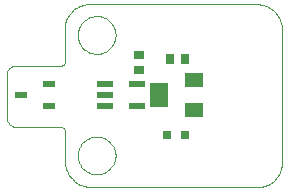
<source format=gtp>
G75*
%MOIN*%
%OFA0B0*%
%FSLAX24Y24*%
%IPPOS*%
%LPD*%
%AMOC8*
5,1,8,0,0,1.08239X$1,22.5*
%
%ADD10C,0.0000*%
%ADD11R,0.0520X0.0220*%
%ADD12R,0.0630X0.0512*%
%ADD13R,0.0630X0.0787*%
%ADD14R,0.0354X0.0276*%
%ADD15R,0.0276X0.0354*%
%ADD16R,0.0315X0.0315*%
%ADD17R,0.0394X0.0197*%
D10*
X004197Y001446D02*
X009709Y001446D01*
X009709Y001445D02*
X009764Y001448D01*
X009819Y001455D01*
X009874Y001465D01*
X009927Y001479D01*
X009980Y001496D01*
X010031Y001517D01*
X010081Y001541D01*
X010129Y001569D01*
X010176Y001599D01*
X010220Y001632D01*
X010262Y001668D01*
X010302Y001707D01*
X010339Y001748D01*
X010373Y001792D01*
X010404Y001838D01*
X010432Y001886D01*
X010457Y001935D01*
X010479Y001986D01*
X010497Y002038D01*
X010512Y002092D01*
X010523Y002146D01*
X010531Y002201D01*
X010535Y002256D01*
X010536Y002312D01*
X010536Y006682D01*
X010535Y006738D01*
X010531Y006793D01*
X010523Y006848D01*
X010512Y006902D01*
X010497Y006956D01*
X010479Y007008D01*
X010457Y007059D01*
X010432Y007108D01*
X010404Y007156D01*
X010373Y007202D01*
X010339Y007246D01*
X010302Y007287D01*
X010262Y007326D01*
X010220Y007362D01*
X010176Y007395D01*
X010129Y007425D01*
X010081Y007453D01*
X010031Y007477D01*
X009980Y007498D01*
X009927Y007515D01*
X009874Y007529D01*
X009819Y007539D01*
X009764Y007546D01*
X009709Y007549D01*
X009709Y007548D02*
X004119Y007548D01*
X003292Y006761D02*
X003292Y005659D01*
X003293Y005637D01*
X003291Y005615D01*
X003286Y005594D01*
X003277Y005574D01*
X003265Y005556D01*
X003251Y005539D01*
X003234Y005525D01*
X003215Y005514D01*
X003195Y005506D01*
X003174Y005501D01*
X001638Y005501D01*
X001638Y005502D02*
X001607Y005500D01*
X001577Y005495D01*
X001547Y005487D01*
X001518Y005475D01*
X001491Y005460D01*
X001466Y005442D01*
X001443Y005421D01*
X001422Y005398D01*
X001404Y005373D01*
X001389Y005346D01*
X001377Y005317D01*
X001369Y005287D01*
X001364Y005257D01*
X001362Y005226D01*
X001363Y005226D02*
X001363Y003769D01*
X001365Y003736D01*
X001370Y003704D01*
X001378Y003672D01*
X001390Y003641D01*
X001405Y003612D01*
X001423Y003584D01*
X001444Y003558D01*
X001467Y003535D01*
X001493Y003514D01*
X001521Y003496D01*
X001550Y003481D01*
X001581Y003469D01*
X001613Y003461D01*
X001645Y003456D01*
X001678Y003454D01*
X003134Y003454D01*
X003156Y003455D01*
X003178Y003453D01*
X003199Y003448D01*
X003219Y003439D01*
X003237Y003427D01*
X003254Y003413D01*
X003268Y003396D01*
X003279Y003377D01*
X003287Y003357D01*
X003292Y003336D01*
X003292Y002352D01*
X003291Y002352D02*
X003293Y002293D01*
X003299Y002234D01*
X003308Y002175D01*
X003322Y002118D01*
X003339Y002061D01*
X003360Y002005D01*
X003384Y001951D01*
X003412Y001899D01*
X003444Y001849D01*
X003478Y001800D01*
X003516Y001755D01*
X003556Y001711D01*
X003600Y001671D01*
X003645Y001633D01*
X003694Y001599D01*
X003744Y001567D01*
X003796Y001539D01*
X003850Y001515D01*
X003906Y001494D01*
X003963Y001477D01*
X004020Y001463D01*
X004079Y001454D01*
X004138Y001448D01*
X004197Y001446D01*
X003725Y002509D02*
X003727Y002559D01*
X003733Y002609D01*
X003743Y002658D01*
X003757Y002706D01*
X003774Y002753D01*
X003795Y002798D01*
X003820Y002842D01*
X003848Y002883D01*
X003880Y002922D01*
X003914Y002959D01*
X003951Y002993D01*
X003991Y003023D01*
X004033Y003050D01*
X004077Y003074D01*
X004123Y003095D01*
X004170Y003111D01*
X004218Y003124D01*
X004268Y003133D01*
X004317Y003138D01*
X004368Y003139D01*
X004418Y003136D01*
X004467Y003129D01*
X004516Y003118D01*
X004564Y003103D01*
X004610Y003085D01*
X004655Y003063D01*
X004698Y003037D01*
X004739Y003008D01*
X004778Y002976D01*
X004814Y002941D01*
X004846Y002903D01*
X004876Y002863D01*
X004903Y002820D01*
X004926Y002776D01*
X004945Y002730D01*
X004961Y002682D01*
X004973Y002633D01*
X004981Y002584D01*
X004985Y002534D01*
X004985Y002484D01*
X004981Y002434D01*
X004973Y002385D01*
X004961Y002336D01*
X004945Y002288D01*
X004926Y002242D01*
X004903Y002198D01*
X004876Y002155D01*
X004846Y002115D01*
X004814Y002077D01*
X004778Y002042D01*
X004739Y002010D01*
X004698Y001981D01*
X004655Y001955D01*
X004610Y001933D01*
X004564Y001915D01*
X004516Y001900D01*
X004467Y001889D01*
X004418Y001882D01*
X004368Y001879D01*
X004317Y001880D01*
X004268Y001885D01*
X004218Y001894D01*
X004170Y001907D01*
X004123Y001923D01*
X004077Y001944D01*
X004033Y001968D01*
X003991Y001995D01*
X003951Y002025D01*
X003914Y002059D01*
X003880Y002096D01*
X003848Y002135D01*
X003820Y002176D01*
X003795Y002220D01*
X003774Y002265D01*
X003757Y002312D01*
X003743Y002360D01*
X003733Y002409D01*
X003727Y002459D01*
X003725Y002509D01*
X003725Y006525D02*
X003727Y006575D01*
X003733Y006625D01*
X003743Y006674D01*
X003757Y006722D01*
X003774Y006769D01*
X003795Y006814D01*
X003820Y006858D01*
X003848Y006899D01*
X003880Y006938D01*
X003914Y006975D01*
X003951Y007009D01*
X003991Y007039D01*
X004033Y007066D01*
X004077Y007090D01*
X004123Y007111D01*
X004170Y007127D01*
X004218Y007140D01*
X004268Y007149D01*
X004317Y007154D01*
X004368Y007155D01*
X004418Y007152D01*
X004467Y007145D01*
X004516Y007134D01*
X004564Y007119D01*
X004610Y007101D01*
X004655Y007079D01*
X004698Y007053D01*
X004739Y007024D01*
X004778Y006992D01*
X004814Y006957D01*
X004846Y006919D01*
X004876Y006879D01*
X004903Y006836D01*
X004926Y006792D01*
X004945Y006746D01*
X004961Y006698D01*
X004973Y006649D01*
X004981Y006600D01*
X004985Y006550D01*
X004985Y006500D01*
X004981Y006450D01*
X004973Y006401D01*
X004961Y006352D01*
X004945Y006304D01*
X004926Y006258D01*
X004903Y006214D01*
X004876Y006171D01*
X004846Y006131D01*
X004814Y006093D01*
X004778Y006058D01*
X004739Y006026D01*
X004698Y005997D01*
X004655Y005971D01*
X004610Y005949D01*
X004564Y005931D01*
X004516Y005916D01*
X004467Y005905D01*
X004418Y005898D01*
X004368Y005895D01*
X004317Y005896D01*
X004268Y005901D01*
X004218Y005910D01*
X004170Y005923D01*
X004123Y005939D01*
X004077Y005960D01*
X004033Y005984D01*
X003991Y006011D01*
X003951Y006041D01*
X003914Y006075D01*
X003880Y006112D01*
X003848Y006151D01*
X003820Y006192D01*
X003795Y006236D01*
X003774Y006281D01*
X003757Y006328D01*
X003743Y006376D01*
X003733Y006425D01*
X003727Y006475D01*
X003725Y006525D01*
X003292Y006761D02*
X003295Y006816D01*
X003302Y006870D01*
X003313Y006924D01*
X003327Y006978D01*
X003345Y007030D01*
X003367Y007080D01*
X003392Y007130D01*
X003420Y007177D01*
X003451Y007222D01*
X003486Y007265D01*
X003523Y007306D01*
X003563Y007344D01*
X003605Y007379D01*
X003650Y007411D01*
X003697Y007441D01*
X003745Y007466D01*
X003796Y007489D01*
X003847Y007508D01*
X003900Y007523D01*
X003954Y007535D01*
X004009Y007543D01*
X004064Y007547D01*
X004119Y007548D01*
D11*
X004622Y004887D03*
X004622Y004517D03*
X004622Y004147D03*
X005702Y004147D03*
X005702Y004887D03*
D12*
X007591Y005009D03*
X007591Y004025D03*
D13*
X006449Y004517D03*
D14*
X005780Y005344D03*
X005780Y005855D03*
D15*
X006788Y005733D03*
X007300Y005733D03*
D16*
X007300Y003206D03*
X006709Y003206D03*
D17*
X002780Y004143D03*
X001835Y004517D03*
X002780Y004891D03*
M02*

</source>
